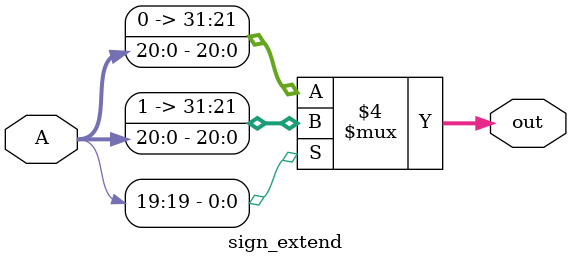
<source format=v>
`timescale 1ns / 1ps
module sign_extend(
	input [20:0] A,
	output reg [31:0] out
    );
	 
	always @(*) begin
		if(A[19] == 0) 
			out = {11'b00000000000,A};
		else
			out = {11'b11111111111,A};
	end


endmodule

</source>
